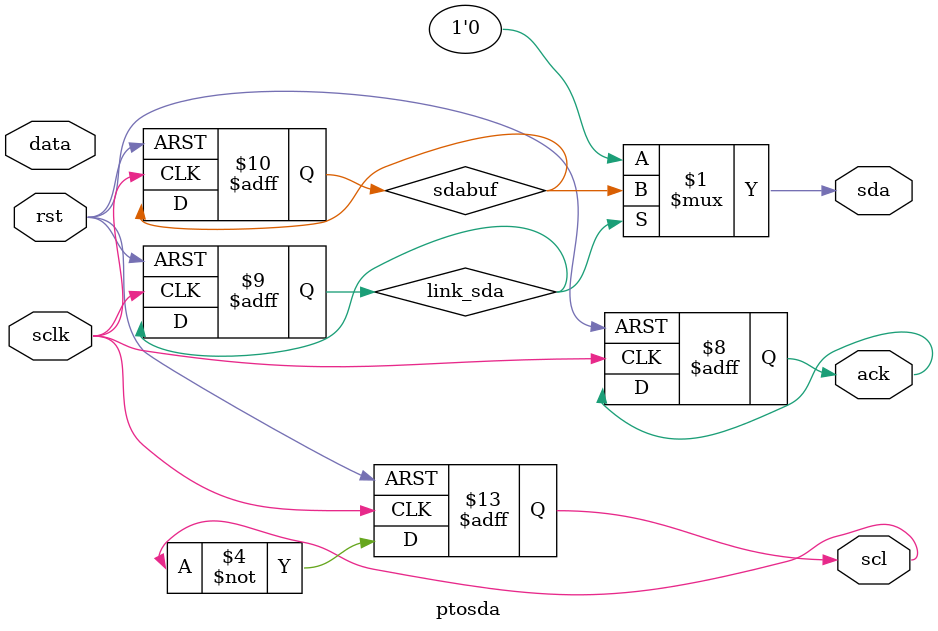
<source format=v>
module ptosda(rst,sclk,ack,scl,sda,data);
input sclk,rst;
input [3:0] data;
output ack,scl,sda;
reg scl,link_sda,ack,sdabuf;
reg [3:0] databuf;
reg [7:0] state;
assign sda = link_sda?sdabuf:1'b0;

parameter ready = 8'b0000_0000,
          start = 8'b0000_0001,
          bit1 = 8'b0000_0010,
          bit2 = 8'b0000_0100,
          bit3 = 8'b0000_1000,
          bit4 = 8'b0001_0000,
          bit5 = 8'b0010_0000,
          stop = 8'b0100_0000,
          IDLE = 8'b1000_0000;
always @(posedge sclk or negedge rst) begin
    if(!rst)
        scl<=1;
    else
        scl<=~scl;
end
always @(posedge ack) begin
    databuf<=date;
end
always @(negedge sclk or negedge rst) begin
    if(!rst)
    begin
        link_sda<=0;
        state<=ready;
        sdabuf<=1;
        ack<=0;
    end
    else
    begin
        
    end
end
endmodule
</source>
